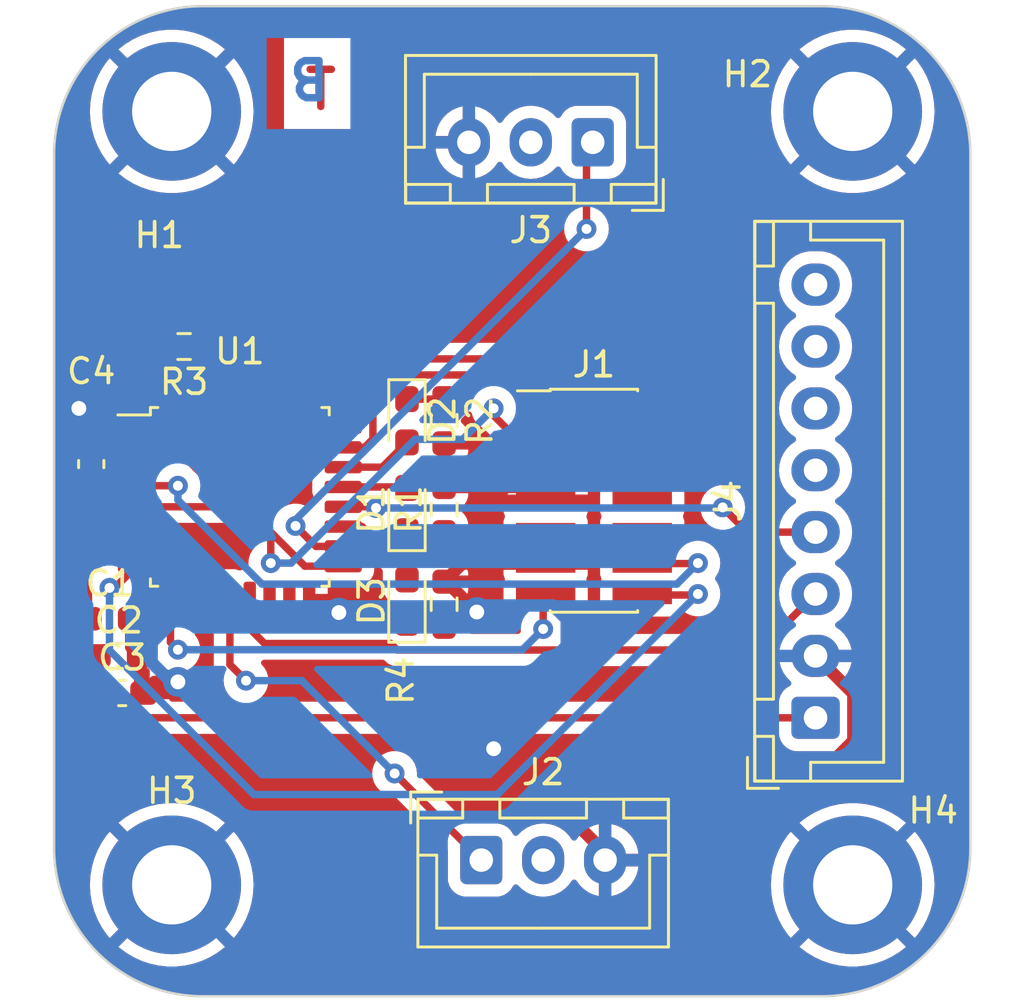
<source format=kicad_pcb>
(kicad_pcb (version 20221018) (generator pcbnew)
  (layers (0 "F.Cu" signal) (31 "B.Cu" signal) (34 "B.Paste" user) (35 "F.Paste" user) (36 "B.SilkS" user "B.Silkscreen") (37 "F.SilkS" user "F.Silkscreen") (38 "B.Mask" user) (39 "F.Mask" user) (44 "Edge.Cuts" user))
  (net 0 "")
  (net 1 "+3.3V")
  (net 2 "GND")
  (net 3 "BOUTON_RESET")
  (net 4 "Net-(D1-K)")
  (net 5 "LED_PWR")
  (net 6 "Net-(D2-K)")
  (net 7 "LED_USER1")
  (net 8 "Net-(D3-K)")
  (net 9 "LED_USER2")
  (net 12 "SWDIO")
  (net 13 "SWDCK")
  (net 17 "USART2_RX")
  (net 18 "USART2_TX")
  (net 19 "ESC1")
  (net 21 "ESC2")
  (net 23 "SCL")
  (net 24 "SDA")
  (net 29 "Net-(U1-PB7)")
  (net 42 "BOUTON_USR")
  (footprint "MountingHole:MountingHole_3.2mm_M3_DIN965_Pad" (layer "F.Cu") (at 157.5 104.25)
    (fp_text reference "H2" (at -4.25 -1.5) (layer "F.SilkS"))
    (fp_text value "MountingHole_Pad")
    (pad "1" thru_hole circle (at 0 0) (size 5.6 5.6) (drill 3.2) (layers "*.Cu" "*.Mask") (net 2 "GND"))
  )
  (footprint "Connector_JST:JST_XH_B8B-XH-A_1x08_P2.50mm_Vertical" (layer "F.Cu") (at 156 128.75 90)
    (fp_text reference "J4" (at 8.75 -3.55 90) (layer "F.SilkS"))
    (fp_text value "Conn_01x08")
    (fp_line (start -2.85 -2.75) (end -2.85 -1.5) (stroke (width 0.12)) (layer "F.SilkS"))
    (fp_line (start -2.56 -2.46) (end -2.56 3.51) (stroke (width 0.12)) (layer "F.SilkS"))
    (fp_line (start -2.56 3.51) (end 20.06 3.51) (stroke (width 0.12)) (layer "F.SilkS"))
    (fp_line (start -2.55 -2.45) (end -2.55 -1.7) (stroke (width 0.12)) (layer "F.SilkS"))
    (fp_line (start -2.55 -1.7) (end -0.75 -1.7) (stroke (width 0.12)) (layer "F.SilkS"))
    (fp_line (start -2.55 -0.2) (end -1.8 -0.2) (stroke (width 0.12)) (layer "F.SilkS"))
    (fp_line (start -1.8 -0.2) (end -1.8 2.75) (stroke (width 0.12)) (layer "F.SilkS"))
    (fp_line (start -1.8 2.75) (end 8.75 2.75) (stroke (width 0.12)) (layer "F.SilkS"))
    (fp_line (start -1.6 -2.75) (end -2.85 -2.75) (stroke (width 0.12)) (layer "F.SilkS"))
    (fp_line (start -0.75 -2.45) (end -2.55 -2.45) (stroke (width 0.12)) (layer "F.SilkS"))
    (fp_line (start -0.75 -1.7) (end -0.75 -2.45) (stroke (width 0.12)) (layer "F.SilkS"))
    (fp_line (start 0.75 -2.45) (end 0.75 -1.7) (stroke (width 0.12)) (layer "F.SilkS"))
    (fp_line (start 0.75 -1.7) (end 16.75 -1.7) (stroke (width 0.12)) (layer "F.SilkS"))
    (fp_line (start 16.75 -2.45) (end 0.75 -2.45) (stroke (width 0.12)) (layer "F.SilkS"))
    (fp_line (start 16.75 -1.7) (end 16.75 -2.45) (stroke (width 0.12)) (layer "F.SilkS"))
    (fp_line (start 18.25 -2.45) (end 18.25 -1.7) (stroke (width 0.12)) (layer "F.SilkS"))
    (fp_line (start 18.25 -1.7) (end 20.05 -1.7) (stroke (width 0.12)) (layer "F.SilkS"))
    (fp_line (start 19.3 -0.2) (end 19.3 2.75) (stroke (width 0.12)) (layer "F.SilkS"))
    (fp_line (start 19.3 2.75) (end 8.75 2.75) (stroke (width 0.12)) (layer "F.SilkS"))
    (fp_line (start 20.05 -2.45) (end 18.25 -2.45) (stroke (width 0.12)) (layer "F.SilkS"))
    (fp_line (start 20.05 -1.7) (end 20.05 -2.45) (stroke (width 0.12)) (layer "F.SilkS"))
    (fp_line (start 20.05 -0.2) (end 19.3 -0.2) (stroke (width 0.12)) (layer "F.SilkS"))
    (fp_line (start 20.06 -2.46) (end -2.56 -2.46) (stroke (width 0.12)) (layer "F.SilkS"))
    (fp_line (start 20.06 3.51) (end 20.06 -2.46) (stroke (width 0.12)) (layer "F.SilkS"))
    (pad "1" thru_hole roundrect (at 0 0 90) (size 1.7 1.95) (drill 0.95) (layers "*.Cu" "*.Mask") (roundrect_rratio 0.147059) (net 1 "+3.3V"))
    (pad "2" thru_hole oval (at 2.5 0 90) (size 1.7 1.95) (drill 0.95) (layers "*.Cu" "*.Mask") (net 2 "GND"))
    (pad "3" thru_hole oval (at 5 0 90) (size 1.7 1.95) (drill 0.95) (layers "*.Cu" "*.Mask") (net 23 "SCL"))
    (pad "4" thru_hole oval (at 7.5 0 90) (size 1.7 1.95) (drill 0.95) (layers "*.Cu" "*.Mask") (net 24 "SDA"))
    (pad "5" thru_hole oval (at 10 0 90) (size 1.7 1.95) (drill 0.95) (layers "*.Cu" "*.Mask"))
    (pad "6" thru_hole oval (at 12.5 0 90) (size 1.7 1.95) (drill 0.95) (layers "*.Cu" "*.Mask"))
    (pad "7" thru_hole oval (at 15 0 90) (size 1.7 1.95) (drill 0.95) (layers "*.Cu" "*.Mask"))
    (pad "8" thru_hole oval (at 17.5 0 90) (size 1.7 1.95) (drill 0.95) (layers "*.Cu" "*.Mask"))
  )
  (footprint "Resistor_SMD:R_0603_1608Metric_Pad0.98x0.95mm_HandSolder" (layer "F.Cu") (at 141 124.1625 90)
    (fp_text reference "R4" (at -3.0875 -1.75 90) (layer "F.SilkS"))
    (fp_text value "1k")
    (fp_line (start -0.254724 -0.5225) (end 0.254724 -0.5225) (stroke (width 0.12)) (layer "F.SilkS"))
    (fp_line (start -0.254724 0.5225) (end 0.254724 0.5225) (stroke (width 0.12)) (layer "F.SilkS"))
    (pad "1" smd roundrect (at -0.9125 0 90) (size 0.975 0.95) (layers "F.Cu" "F.Paste" "F.Mask") (net 8 "Net-(D3-K)"))
    (pad "2" smd roundrect (at 0.9125 0 90) (size 0.975 0.95) (layers "F.Cu" "F.Paste" "F.Mask") (net 2 "GND"))
  )
  (footprint "LED_SMD:LED_0603_1608Metric_Pad1.05x0.95mm_HandSolder" (layer "F.Cu") (at 139.5 116.75 -90)
    (fp_text reference "D2" (at 0 -1.43 90) (layer "F.SilkS"))
    (fp_text value "LED_Small")
    (fp_line (start -1.66 -0.735) (end -1.66 0.735) (stroke (width 0.12)) (layer "F.SilkS"))
    (fp_line (start -1.66 0.735) (end 0.8 0.735) (stroke (width 0.12)) (layer "F.SilkS"))
    (fp_line (start 0.8 -0.735) (end -1.66 -0.735) (stroke (width 0.12)) (layer "F.SilkS"))
    (pad "1" smd roundrect (at -0.875 0 270) (size 1.05 0.95) (layers "F.Cu" "F.Paste" "F.Mask") (net 6 "Net-(D2-K)"))
    (pad "2" smd roundrect (at 0.875 0 270) (size 1.05 0.95) (layers "F.Cu" "F.Paste" "F.Mask") (net 7 "LED_USER1"))
  )
  (footprint "MountingHole:MountingHole_3.2mm_M3_DIN965_Pad" (layer "F.Cu") (at 157.5 135.5)
    (fp_text reference "H4" (at 3.25 -3) (layer "F.SilkS"))
    (fp_text value "MountingHole_Pad")
    (pad "1" thru_hole circle (at 0 0) (size 5.6 5.6) (drill 3.2) (layers "*.Cu" "*.Mask") (net 2 "GND"))
  )
  (footprint "Connector_PinHeader_1.27mm:PinHeader_2x07_P1.27mm_Vertical_SMD" (layer "F.Cu") (at 147.05 119.98)
    (fp_text reference "J1" (at 0 -5.505) (layer "F.SilkS"))
    (fp_text value "Conn_02x07_Odd_Even")
    (fp_line (start -3.09 -4.44) (end -1.765 -4.44) (stroke (width 0.12)) (layer "F.SilkS"))
    (fp_line (start -1.765 -4.505) (end -1.765 -4.44) (stroke (width 0.12)) (layer "F.SilkS"))
    (fp_line (start -1.765 -4.505) (end 1.765 -4.505) (stroke (width 0.12)) (layer "F.SilkS"))
    (fp_line (start -1.765 4.44) (end -1.765 4.505) (stroke (width 0.12)) (layer "F.SilkS"))
    (fp_line (start -1.765 4.505) (end 1.765 4.505) (stroke (width 0.12)) (layer "F.SilkS"))
    (fp_line (start 1.765 -4.505) (end 1.765 -4.44) (stroke (width 0.12)) (layer "F.SilkS"))
    (fp_line (start 1.765 4.44) (end 1.765 4.505) (stroke (width 0.12)) (layer "F.SilkS"))
    (pad "1" smd rect (at -1.95 -3.81) (size 2.4 0.74) (layers "F.Cu" "F.Paste" "F.Mask"))
    (pad "2" smd rect (at 1.95 -3.81) (size 2.4 0.74) (layers "F.Cu" "F.Paste" "F.Mask"))
    (pad "3" smd rect (at -1.95 -2.54) (size 2.4 0.74) (layers "F.Cu" "F.Paste" "F.Mask") (net 1 "+3.3V"))
    (pad "4" smd rect (at 1.95 -2.54) (size 2.4 0.74) (layers "F.Cu" "F.Paste" "F.Mask") (net 12 "SWDIO"))
    (pad "5" smd rect (at -1.95 -1.27) (size 2.4 0.74) (layers "F.Cu" "F.Paste" "F.Mask") (net 2 "GND"))
    (pad "6" smd rect (at 1.95 -1.27) (size 2.4 0.74) (layers "F.Cu" "F.Paste" "F.Mask") (net 13 "SWDCK"))
    (pad "7" smd rect (at -1.95 0) (size 2.4 0.74) (layers "F.Cu" "F.Paste" "F.Mask") (net 2 "GND"))
    (pad "8" smd rect (at 1.95 0) (size 2.4 0.74) (layers "F.Cu" "F.Paste" "F.Mask"))
    (pad "9" smd rect (at -1.95 1.27) (size 2.4 0.74) (layers "F.Cu" "F.Paste" "F.Mask"))
    (pad "10" smd rect (at 1.95 1.27) (size 2.4 0.74) (layers "F.Cu" "F.Paste" "F.Mask"))
    (pad "11" smd rect (at -1.95 2.54) (size 2.4 0.74) (layers "F.Cu" "F.Paste" "F.Mask") (net 2 "GND"))
    (pad "12" smd rect (at 1.95 2.54) (size 2.4 0.74) (layers "F.Cu" "F.Paste" "F.Mask") (net 3 "BOUTON_RESET"))
    (pad "13" smd rect (at -1.95 3.81) (size 2.4 0.74) (layers "F.Cu" "F.Paste" "F.Mask") (net 17 "USART2_RX"))
    (pad "14" smd rect (at 1.95 3.81) (size 2.4 0.74) (layers "F.Cu" "F.Paste" "F.Mask") (net 18 "USART2_TX"))
  )
  (footprint "Resistor_SMD:R_0603_1608Metric_Pad0.98x0.95mm_HandSolder" (layer "F.Cu") (at 141 120.3375 90)
    (fp_text reference "R1" (at 0 -1.43 90) (layer "F.SilkS"))
    (fp_text value "1k")
    (fp_line (start -0.254724 -0.5225) (end 0.254724 -0.5225) (stroke (width 0.12)) (layer "F.SilkS"))
    (fp_line (start -0.254724 0.5225) (end 0.254724 0.5225) (stroke (width 0.12)) (layer "F.SilkS"))
    (pad "1" smd roundrect (at -0.9125 0 90) (size 0.975 0.95) (layers "F.Cu" "F.Paste" "F.Mask") (net 4 "Net-(D1-K)"))
    (pad "2" smd roundrect (at 0.9125 0 90) (size 0.975 0.95) (layers "F.Cu" "F.Paste" "F.Mask") (net 2 "GND"))
  )
  (footprint "Resistor_SMD:R_0603_1608Metric_Pad0.98x0.95mm_HandSolder" (layer "F.Cu") (at 130.5 113.75 180)
    (fp_text reference "R3" (at 0 -1.43) (layer "F.SilkS"))
    (fp_text value "100K")
    (fp_line (start -0.254724 -0.5225) (end 0.254724 -0.5225) (stroke (width 0.12)) (layer "F.SilkS"))
    (fp_line (start -0.254724 0.5225) (end 0.254724 0.5225) (stroke (width 0.12)) (layer "F.SilkS"))
    (pad "1" smd roundrect (at -0.9125 0 180) (size 0.975 0.95) (layers "F.Cu" "F.Paste" "F.Mask") (net 29 "Net-(U1-PB7)"))
    (pad "2" smd roundrect (at 0.9125 0 180) (size 0.975 0.95) (layers "F.Cu" "F.Paste" "F.Mask") (net 2 "GND"))
  )
  (footprint "Capacitor_SMD:C_0603_1608Metric_Pad1.08x0.95mm_HandSolder" (layer "F.Cu") (at 127.8625 126.25)
    (fp_text reference "C2" (at 0 -1.43) (layer "F.SilkS"))
    (fp_text value "100n")
    (fp_line (start -0.146267 -0.51) (end 0.146267 -0.51) (stroke (width 0.12)) (layer "F.SilkS"))
    (fp_line (start -0.146267 0.51) (end 0.146267 0.51) (stroke (width 0.12)) (layer "F.SilkS"))
    (pad "1" smd roundrect (at -0.8625 0) (size 1.075 0.95) (layers "F.Cu" "F.Paste" "F.Mask") (net 1 "+3.3V"))
    (pad "2" smd roundrect (at 0.8625 0) (size 1.075 0.95) (layers "F.Cu" "F.Paste" "F.Mask") (net 2 "GND"))
  )
  (footprint "Capacitor_SMD:C_0603_1608Metric_Pad1.08x0.95mm_HandSolder" (layer "F.Cu") (at 126.75 118.5 90)
    (fp_text reference "C4" (at 3.75 0 180) (layer "F.SilkS"))
    (fp_text value "100n")
    (fp_line (start -0.146267 -0.51) (end 0.146267 -0.51) (stroke (width 0.12)) (layer "F.SilkS"))
    (fp_line (start -0.146267 0.51) (end 0.146267 0.51) (stroke (width 0.12)) (layer "F.SilkS"))
    (pad "1" smd roundrect (at -0.8625 0 90) (size 1.075 0.95) (layers "F.Cu" "F.Paste" "F.Mask") (net 3 "BOUTON_RESET"))
    (pad "2" smd roundrect (at 0.8625 0 90) (size 1.075 0.95) (layers "F.Cu" "F.Paste" "F.Mask") (net 2 "GND"))
  )
  (footprint "Connector_JST:JST_XH_B3B-XH-A_1x03_P2.50mm_Vertical" (layer "F.Cu") (at 147 105.5 180)
    (fp_text reference "J3" (at 2.5 -3.55) (layer "F.SilkS"))
    (fp_text value "Conn_01x03")
    (fp_line (start -2.85 -2.75) (end -2.85 -1.5) (stroke (width 0.12)) (layer "F.SilkS"))
    (fp_line (start -2.56 -2.46) (end -2.56 3.51) (stroke (width 0.12)) (layer "F.SilkS"))
    (fp_line (start -2.56 3.51) (end 7.56 3.51) (stroke (width 0.12)) (layer "F.SilkS"))
    (fp_line (start -2.55 -2.45) (end -2.55 -1.7) (stroke (width 0.12)) (layer "F.SilkS"))
    (fp_line (start -2.55 -1.7) (end -0.75 -1.7) (stroke (width 0.12)) (layer "F.SilkS"))
    (fp_line (start -2.55 -0.2) (end -1.8 -0.2) (stroke (width 0.12)) (layer "F.SilkS"))
    (fp_line (start -1.8 -0.2) (end -1.8 2.75) (stroke (width 0.12)) (layer "F.SilkS"))
    (fp_line (start -1.8 2.75) (end 2.5 2.75) (stroke (width 0.12)) (layer "F.SilkS"))
    (fp_line (start -1.6 -2.75) (end -2.85 -2.75) (stroke (width 0.12)) (layer "F.SilkS"))
    (fp_line (start -0.75 -2.45) (end -2.55 -2.45) (stroke (width 0.12)) (layer "F.SilkS"))
    (fp_line (start -0.75 -1.7) (end -0.75 -2.45) (stroke (width 0.12)) (layer "F.SilkS"))
    (fp_line (start 0.75 -2.45) (end 0.75 -1.7) (stroke (width 0.12)) (layer "F.SilkS"))
    (fp_line (start 0.75 -1.7) (end 4.25 -1.7) (stroke (width 0.12)) (layer "F.SilkS"))
    (fp_line (start 4.25 -2.45) (end 0.75 -2.45) (stroke (width 0.12)) (layer "F.SilkS"))
    (fp_line (start 4.25 -1.7) (end 4.25 -2.45) (stroke (width 0.12)) (layer "F.SilkS"))
    (fp_line (start 5.75 -2.45) (end 5.75 -1.7) (stroke (width 0.12)) (layer "F.SilkS"))
    (fp_line (start 5.75 -1.7) (end 7.55 -1.7) (stroke (width 0.12)) (layer "F.SilkS"))
    (fp_line (start 6.8 -0.2) (end 6.8 2.75) (stroke (width 0.12)) (layer "F.SilkS"))
    (fp_line (start 6.8 2.75) (end 2.5 2.75) (stroke (width 0.12)) (layer "F.SilkS"))
    (fp_line (start 7.55 -2.45) (end 5.75 -2.45) (stroke (width 0.12)) (layer "F.SilkS"))
    (fp_line (start 7.55 -1.7) (end 7.55 -2.45) (stroke (width 0.12)) (layer "F.SilkS"))
    (fp_line (start 7.55 -0.2) (end 6.8 -0.2) (stroke (width 0.12)) (layer "F.SilkS"))
    (fp_line (start 7.56 -2.46) (end -2.56 -2.46) (stroke (width 0.12)) (layer "F.SilkS"))
    (fp_line (start 7.56 3.51) (end 7.56 -2.46) (stroke (width 0.12)) (layer "F.SilkS"))
    (pad "1" thru_hole roundrect (at 0 0 180) (size 1.7 1.95) (drill 0.95) (layers "*.Cu" "*.Mask") (roundrect_rratio 0.147059) (net 21 "ESC2"))
    (pad "2" thru_hole oval (at 2.5 0 180) (size 1.7 1.95) (drill 0.95) (layers "*.Cu" "*.Mask"))
    (pad "3" thru_hole oval (at 5 0 180) (size 1.7 1.95) (drill 0.95) (layers "*.Cu" "*.Mask") (net 2 "GND"))
  )
  (footprint "Connector_JST:JST_XH_B3B-XH-A_1x03_P2.50mm_Vertical" (layer "F.Cu") (at 142.5 134.5)
    (fp_text reference "J2" (at 2.5 -3.55) (layer "F.SilkS"))
    (fp_text value "Conn_01x03")
    (fp_line (start -2.85 -2.75) (end -2.85 -1.5) (stroke (width 0.12)) (layer "F.SilkS"))
    (fp_line (start -2.56 -2.46) (end -2.56 3.51) (stroke (width 0.12)) (layer "F.SilkS"))
    (fp_line (start -2.56 3.51) (end 7.56 3.51) (stroke (width 0.12)) (layer "F.SilkS"))
    (fp_line (start -2.55 -2.45) (end -2.55 -1.7) (stroke (width 0.12)) (layer "F.SilkS"))
    (fp_line (start -2.55 -1.7) (end -0.75 -1.7) (stroke (width 0.12)) (layer "F.SilkS"))
    (fp_line (start -2.55 -0.2) (end -1.8 -0.2) (stroke (width 0.12)) (layer "F.SilkS"))
    (fp_line (start -1.8 -0.2) (end -1.8 2.75) (stroke (width 0.12)) (layer "F.SilkS"))
    (fp_line (start -1.8 2.75) (end 2.5 2.75) (stroke (width 0.12)) (layer "F.SilkS"))
    (fp_line (start -1.6 -2.75) (end -2.85 -2.75) (stroke (width 0.12)) (layer "F.SilkS"))
    (fp_line (start -0.75 -2.45) (end -2.55 -2.45) (stroke (width 0.12)) (layer "F.SilkS"))
    (fp_line (start -0.75 -1.7) (end -0.75 -2.45) (stroke (width 0.12)) (layer "F.SilkS"))
    (fp_line (start 0.75 -2.45) (end 0.75 -1.7) (stroke (width 0.12)) (layer "F.SilkS"))
    (fp_line (start 0.75 -1.7) (end 4.25 -1.7) (stroke (width 0.12)) (layer "F.SilkS"))
    (fp_line (start 4.25 -2.45) (end 0.75 -2.45) (stroke (width 0.12)) (layer "F.SilkS"))
    (fp_line (start 4.25 -1.7) (end 4.25 -2.45) (stroke (width 0.12)) (layer "F.SilkS"))
    (fp_line (start 5.75 -2.45) (end 5.75 -1.7) (stroke (width 0.12)) (layer "F.SilkS"))
    (fp_line (start 5.75 -1.7) (end 7.55 -1.7) (stroke (width 0.12)) (layer "F.SilkS"))
    (fp_line (start 6.8 -0.2) (end 6.8 2.75) (stroke (width 0.12)) (layer "F.SilkS"))
    (fp_line (start 6.8 2.75) (end 2.5 2.75) (stroke (width 0.12)) (layer "F.SilkS"))
    (fp_line (start 7.55 -2.45) (end 5.75 -2.45) (stroke (width 0.12)) (layer "F.SilkS"))
    (fp_line (start 7.55 -1.7) (end 7.55 -2.45) (stroke (width 0.12)) (layer "F.SilkS"))
    (fp_line (start 7.55 -0.2) (end 6.8 -0.2) (stroke (width 0.12)) (layer "F.SilkS"))
    (fp_line (start 7.56 -2.46) (end -2.56 -2.46) (stroke (width 0.12)) (layer "F.SilkS"))
    (fp_line (start 7.56 3.51) (end 7.56 -2.46) (stroke (width 0.12)) (layer "F.SilkS"))
    (pad "1" thru_hole roundrect (at 0 0) (size 1.7 1.95) (drill 0.95) (layers "*.Cu" "*.Mask") (roundrect_rratio 0.147059) (net 19 "ESC1"))
    (pad "2" thru_hole oval (at 2.5 0) (size 1.7 1.95) (drill 0.95) (layers "*.Cu" "*.Mask"))
    (pad "3" thru_hole oval (at 5 0) (size 1.7 1.95) (drill 0.95) (layers "*.Cu" "*.Mask") (net 2 "GND"))
  )
  (footprint "Resistor_SMD:R_0603_1608Metric_Pad0.98x0.95mm_HandSolder" (layer "F.Cu") (at 141 116.75 -90)
    (fp_text reference "R2" (at 0 -1.43 90) (layer "F.SilkS"))
    (fp_text value "1k")
    (fp_line (start -0.254724 -0.5225) (end 0.254724 -0.5225) (stroke (width 0.12)) (layer "F.SilkS"))
    (fp_line (start -0.254724 0.5225) (end 0.254724 0.5225) (stroke (width 0.12)) (layer "F.SilkS"))
    (pad "1" smd roundrect (at -0.9125 0 270) (size 0.975 0.95) (layers "F.Cu" "F.Paste" "F.Mask") (net 6 "Net-(D2-K)"))
    (pad "2" smd roundrect (at 0.9125 0 270) (size 0.975 0.95) (layers "F.Cu" "F.Paste" "F.Mask") (net 2 "GND"))
  )
  (footprint "MountingHole:MountingHole_3.2mm_M3_DIN965_Pad" (layer "F.Cu") (at 130 135.5)
    (fp_text reference "H3" (at 0 -3.8) (layer "F.SilkS"))
    (fp_text value "MountingHole_Pad")
    (pad "1" thru_hole circle (at 0 0) (size 5.6 5.6) (drill 3.2) (layers "*.Cu" "*.Mask") (net 2 "GND"))
  )
  (footprint "MountingHole:MountingHole_3.2mm_M3_DIN965_Pad" (layer "F.Cu") (at 130 104.25)
    (fp_text reference "H1" (at -0.5 5) (layer "F.SilkS"))
    (fp_text value "MountingHole_Pad")
    (pad "1" thru_hole circle (at 0 0) (size 5.6 5.6) (drill 3.2) (layers "*.Cu" "*.Mask") (net 2 "GND"))
  )
  (footprint "Capacitor_SMD:C_0603_1608Metric_Pad1.08x0.95mm_HandSolder" (layer "F.Cu") (at 127.5 124.75)
    (fp_text reference "C1" (at 0 -1.43) (layer "F.SilkS"))
    (fp_text value "4u7")
    (fp_line (start -0.146267 -0.51) (end 0.146267 -0.51) (stroke (width 0.12)) (layer "F.SilkS"))
    (fp_line (start -0.146267 0.51) (end 0.146267 0.51) (stroke (width 0.12)) (layer "F.SilkS"))
    (pad "1" smd roundrect (at -0.8625 0) (size 1.075 0.95) (layers "F.Cu" "F.Paste" "F.Mask") (net 1 "+3.3V"))
    (pad "2" smd roundrect (at 0.8625 0) (size 1.075 0.95) (layers "F.Cu" "F.Paste" "F.Mask") (net 2 "GND"))
  )
  (footprint "Package_QFP:LQFP-32_7x7mm_P0.8mm" (layer "F.Cu") (at 132.75 119.825)
    (fp_text reference "U1" (at 0 -5.88) (layer "F.SilkS"))
    (fp_text value "STM32L412KBTx")
    (fp_line (start -3.61 -3.61) (end -3.61 -3.31) (stroke (width 0.12)) (layer "F.SilkS"))
    (fp_line (start -3.61 -3.31) (end -4.925 -3.31) (stroke (width 0.12)) (layer "F.SilkS"))
    (fp_line (start -3.61 3.61) (end -3.61 3.31) (stroke (width 0.12)) (layer "F.SilkS"))
    (fp_line (start -3.31 -3.61) (end -3.61 -3.61) (stroke (width 0.12)) (layer "F.SilkS"))
    (fp_line (start -3.31 3.61) (end -3.61 3.61) (stroke (width 0.12)) (layer "F.SilkS"))
    (fp_line (start 3.31 -3.61) (end 3.61 -3.61) (stroke (width 0.12)) (layer "F.SilkS"))
    (fp_line (start 3.31 3.61) (end 3.61 3.61) (stroke (width 0.12)) (layer "F.SilkS"))
    (fp_line (start 3.61 -3.61) (end 3.61 -3.31) (stroke (width 0.12)) (layer "F.SilkS"))
    (fp_line (start 3.61 3.61) (end 3.61 3.31) (stroke (width 0.12)) (layer "F.SilkS"))
    (pad "1" smd roundrect (at -4.175 -2.8) (size 1.5 0.5) (layers "F.Cu" "F.Paste" "F.Mask") (net 1 "+3.3V"))
    (pad "2" smd roundrect (at -4.175 -2) (size 1.5 0.5) (layers "F.Cu" "F.Paste" "F.Mask"))
    (pad "3" smd roundrect (at -4.175 -1.2) (size 1.5 0.5) (layers "F.Cu" "F.Paste" "F.Mask"))
    (pad "4" smd roundrect (at -4.175 -0.4) (size 1.5 0.5) (layers "F.Cu" "F.Paste" "F.Mask") (net 3 "BOUTON_RESET"))
    (pad "5" smd roundrect (at -4.175 0.4) (size 1.5 0.5) (layers "F.Cu" "F.Paste" "F.Mask") (net 1 "+3.3V"))
    (pad "6" smd roundrect (at -4.175 1.2) (size 1.5 0.5) (layers "F.Cu" "F.Paste" "F.Mask"))
    (pad "7" smd roundrect (at -4.175 2) (size 1.5 0.5) (layers "F.Cu" "F.Paste" "F.Mask"))
    (pad "8" smd roundrect (at -4.175 2.8) (size 1.5 0.5) (layers "F.Cu" "F.Paste" "F.Mask") (net 18 "USART2_TX"))
    (pad "9" smd roundrect (at -2.8 4.175) (size 0.5 1.5) (layers "F.Cu" "F.Paste" "F.Mask") (net 17 "USART2_RX"))
    (pad "10" smd roundrect (at -2 4.175) (size 0.5 1.5) (layers "F.Cu" "F.Paste" "F.Mask"))
    (pad "11" smd roundrect (at -1.2 4.175) (size 0.5 1.5) (layers "F.Cu" "F.Paste" "F.Mask"))
    (pad "12" smd roundrect (at -0.4 4.175) (size 0.5 1.5) (layers "F.Cu" "F.Paste" "F.Mask") (net 19 "ESC1"))
    (pad "13" smd roundrect (at 0.4 4.175) (size 0.5 1.5) (layers "F.Cu" "F.Paste" "F.Mask") (net 23 "SCL"))
    (pad "14" smd roundrect (at 1.2 4.175) (size 0.5 1.5) (layers "F.Cu" "F.Paste" "F.Mask"))
    (pad "15" smd roundrect (at 2 4.175) (size 0.5 1.5) (layers "F.Cu" "F.Paste" "F.Mask"))
    (pad "16" smd roundrect (at 2.8 4.175) (size 0.5 1.5) (layers "F.Cu" "F.Paste" "F.Mask") (net 2 "GND"))
    (pad "17" smd roundrect (at 4.175 2.8) (size 1.5 0.5) (layers "F.Cu" "F.Paste" "F.Mask") (net 1 "+3.3V"))
    (pad "18" smd roundrect (at 4.175 2) (size 1.5 0.5) (layers "F.Cu" "F.Paste" "F.Mask") (net 21 "ESC2"))
    (pad "19" smd roundrect (at 4.175 1.2) (size 1.5 0.5) (layers "F.Cu" "F.Paste" "F.Mask") (net 9 "LED_USER2"))
    (pad "20" smd roundrect (at 4.175 0.4) (size 1.5 0.5) (layers "F.Cu" "F.Paste" "F.Mask") (net 24 "SDA"))
    (pad "21" smd roundrect (at 4.175 -0.4) (size 1.5 0.5) (layers "F.Cu" "F.Paste" "F.Mask") (net 5 "LED_PWR"))
    (pad "22" smd roundrect (at 4.175 -1.2) (size 1.5 0.5) (layers "F.Cu" "F.Paste" "F.Mask") (net 7 "LED_USER1"))
    (pad "23" smd roundrect (at 4.175 -2) (size 1.5 0.5) (layers "F.Cu" "F.Paste" "F.Mask") (net 12 "SWDIO"))
    (pad "24" smd roundrect (at 4.175 -2.8) (size 1.5 0.5) (layers "F.Cu" "F.Paste" "F.Mask") (net 13 "SWDCK"))
    (pad "25" smd roundrect (at 2.8 -4.175) (size 0.5 1.5) (layers "F.Cu" "F.Paste" "F.Mask"))
    (pad "26" smd roundrect (at 2 -4.175) (size 0.5 1.5) (layers "F.Cu" "F.Paste" "F.Mask"))
    (pad "27" smd roundrect (at 1.2 -4.175) (size 0.5 1.5) (layers "F.Cu" "F.Paste" "F.Mask"))
    (pad "28" smd roundrect (at 0.4 -4.175) (size 0.5 1.5) (layers "F.Cu" "F.Paste" "F.Mask"))
    (pad "29" smd roundrect (at -0.4 -4.175) (size 0.5 1.5) (layers "F.Cu" "F.Paste" "F.Mask") (net 42 "BOUTON_USR"))
    (pad "30" smd roundrect (at -1.2 -4.175) (size 0.5 1.5) (layers "F.Cu" "F.Paste" "F.Mask") (net 29 "Net-(U1-PB7)"))
    (pad "31" smd roundrect (at -2 -4.175) (size 0.5 1.5) (layers "F.Cu" "F.Paste" "F.Mask"))
    (pad "32" smd roundrect (at -2.8 -4.175) (size 0.5 1.5) (layers "F.Cu" "F.Paste" "F.Mask") (net 2 "GND"))
  )
  (footprint "Capacitor_SMD:C_0603_1608Metric_Pad1.08x0.95mm_HandSolder" (layer "F.Cu") (at 128 127.75)
    (fp_text reference "C3" (at 0 -1.43) (layer "F.SilkS"))
    (fp_text value "100n")
    (fp_line (start -0.146267 -0.51) (end 0.146267 -0.51) (stroke (width 0.12)) (layer "F.SilkS"))
    (fp_line (start -0.146267 0.51) (end 0.146267 0.51) (stroke (width 0.12)) (layer "F.SilkS"))
    (pad "1" smd roundrect (at -0.8625 0) (size 1.075 0.95) (layers "F.Cu" "F.Paste" "F.Mask") (net 1 "+3.3V"))
    (pad "2" smd roundrect (at 0.8625 0) (size 1.075 0.95) (layers "F.Cu" "F.Paste" "F.Mask") (net 2 "GND"))
  )
  (footprint "LED_SMD:LED_0603_1608Metric_Pad1.05x0.95mm_HandSolder" (layer "F.Cu") (at 139.5 124.0375 90)
    (fp_text reference "D3" (at 0 -1.43 90) (layer "F.SilkS"))
    (fp_text value "LED_Small")
    (fp_line (start -1.66 -0.735) (end -1.66 0.735) (stroke (width 0.12)) (layer "F.SilkS"))
    (fp_line (start -1.66 0.735) (end 0.8 0.735) (stroke (width 0.12)) (layer "F.SilkS"))
    (fp_line (start 0.8 -0.735) (end -1.66 -0.735) (stroke (width 0.12)) (layer "F.SilkS"))
    (pad "1" smd roundrect (at -0.875 0 90) (size 1.05 0.95) (layers "F.Cu" "F.Paste" "F.Mask") (net 8 "Net-(D3-K)"))
    (pad "2" smd roundrect (at 0.875 0 90) (size 1.05 0.95) (layers "F.Cu" "F.Paste" "F.Mask") (net 9 "LED_USER2"))
  )
  (footprint "LED_SMD:LED_0603_1608Metric_Pad1.05x0.95mm_HandSolder" (layer "F.Cu") (at 139.5 120.3375 90)
    (fp_text reference "D1" (at 0 -1.43 90) (layer "F.SilkS"))
    (fp_text value "LED_Small")
    (fp_line (start -1.66 -0.735) (end -1.66 0.735) (stroke (width 0.12)) (layer "F.SilkS"))
    (fp_line (start -1.66 0.735) (end 0.8 0.735) (stroke (width 0.12)) (layer "F.SilkS"))
    (fp_line (start 0.8 -0.735) (end -1.66 -0.735) (stroke (width 0.12)) (layer "F.SilkS"))
    (pad "1" smd roundrect (at -0.875 0 90) (size 1.05 0.95) (layers "F.Cu" "F.Paste" "F.Mask") (net 4 "Net-(D1-K)"))
    (pad "2" smd roundrect (at 0.875 0 90) (size 1.05 0.95) (layers "F.Cu" "F.Paste" "F.Mask") (net 5 "LED_PWR"))
  )
  (gr_line (start 131.25 140) (end 156.25 140) (stroke (width 0.1)) (layer "Edge.Cuts"))
  (gr_arc (start 131.25 140) (mid 127.007359 138.242641) (end 125.25 134) (stroke (width 0.1)) (layer "Edge.Cuts"))
  (gr_line (start 162.25 134) (end 162.25 106) (stroke (width 0.1)) (layer "Edge.Cuts"))
  (gr_line (start 125.25 106) (end 125.25 134) (stroke (width 0.1)) (layer "Edge.Cuts"))
  (gr_line (start 156.25 100) (end 131.25 100) (stroke (width 0.1)) (layer "Edge.Cuts"))
  (gr_arc (start 125.25 106) (mid 127.007359 101.757359) (end 131.25 100) (stroke (width 0.1)) (layer "Edge.Cuts"))
  (gr_arc (start 162.25 134) (mid 160.492641 138.242641) (end 156.25 140) (stroke (width 0.1)) (layer "Edge.Cuts"))
  (gr_arc (start 156.25 100) (mid 160.492641 101.757359) (end 162.25 106) (stroke (width 0.1)) (layer "Edge.Cuts"))
  (gr_text "T" (at 135.25 104.25) (layer "F.Cu") (effects (font (size 1.5 1.5) (thickness 0.3) bold) (justify left bottom)))
  (gr_text "B" (at 136.5 102 180) (layer "B.Cu") (effects (font (size 1.5 1.5) (thickness 0.3) bold) (justify left bottom)))
  (segment (start 129.338173 117.025) (end 132.5 120.186827) (width 0.3) (layer "F.Cu") (net 1))
  (segment (start 132.5 120.186827) (end 132.5 120.225) (width 0.3) (layer "F.Cu") (net 1))
  (segment (start 127 126.25) (end 127 127.6125) (width 0.3) (layer "F.Cu") (net 1))
  (segment (start 134 122.5) (end 134 121.25) (width 0.3) (layer "F.Cu") (net 1))
  (segment (start 126.6375 125.8875) (end 127 126.25) (width 0.3) (layer "F.Cu") (net 1))
  (segment (start 127 127.6125) (end 127.1375 127.75) (width 0.3) (layer "F.Cu") (net 1))
  (segment (start 127.1375 127.75) (end 128.1375 128.75) (width 0.3) (layer "F.Cu") (net 1))
  (segment (start 134 121.25) (end 135.375 122.625) (width 0.3) (layer "F.Cu") (net 1))
  (segment (start 126.6375 121.399327) (end 127.811827 120.225) (width 0.3) (layer "F.Cu") (net 1))
  (segment (start 132.5 120.225) (end 132.975 120.225) (width 0.3) (layer "F.Cu") (net 1))
  (segment (start 132.975 120.225) (end 134 121.25) (width 0.3) (layer "F.Cu") (net 1))
  (segment (start 143 116.25) (end 143 116.54) (width 0.3) (layer "F.Cu") (net 1))
  (segment (start 126.6375 124.75) (end 126.6375 121.399327) (width 0.3) (layer "F.Cu") (net 1))
  (segment (start 126.6375 124.75) (end 126.6375 125.8875) (width 0.3) (layer "F.Cu") (net 1))
  (segment (start 135.375 122.625) (end 136.925 122.625) (width 0.3) (layer "F.Cu") (net 1))
  (segment (start 143 116.54) (end 143.9 117.44) (width 0.3) (layer "F.Cu") (net 1))
  (segment (start 128.575 120.225) (end 132.5 120.225) (width 0.3) (layer "F.Cu") (net 1))
  (segment (start 128.575 117.025) (end 129.338173 117.025) (width 0.3) (layer "F.Cu") (net 1))
  (segment (start 128.1375 128.75) (end 156 128.75) (width 0.3) (layer "F.Cu") (net 1))
  (segment (start 143.9 117.44) (end 145.1 117.44) (width 0.3) (layer "F.Cu") (net 1))
  (segment (start 127.811827 120.225) (end 128.575 120.225) (width 0.3) (layer "F.Cu") (net 1))
  (via (at 134 122.5) (size 0.8) (drill 0.4) (layers "F.Cu" "B.Cu") (net 1))
  (via (at 143 116.25) (size 0.8) (drill 0.4) (layers "F.Cu" "B.Cu") (net 1))
  (segment (start 139.822418 117.5) (end 134.822418 122.5) (width 0.3) (layer "B.Cu") (net 1))
  (segment (start 141.75 117.5) (end 139.822418 117.5) (width 0.3) (layer "B.Cu") (net 1))
  (segment (start 143 116.25) (end 141.75 117.5) (width 0.3) (layer "B.Cu") (net 1))
  (segment (start 134.822418 122.5) (end 134 122.5) (width 0.3) (layer "B.Cu") (net 1))
  (segment (start 157.525 127.775) (end 157.525 129.681371) (width 0.5) (layer "F.Cu") (net 2))
  (segment (start 126.75 117.145406) (end 128.245406 115.65) (width 0.5) (layer "F.Cu") (net 2))
  (segment (start 126.75 117.6375) (end 126.75 117.145406) (width 0.5) (layer "F.Cu") (net 2))
  (segment (start 135.55 124) (end 136.25 124) (width 0.5) (layer "F.Cu") (net 2))
  (segment (start 141.092596 123.25) (end 142.320096 124.4775) (width 0.5) (layer "F.Cu") (net 2))
  (segment (start 136.25 124) (end 136.75 124.5) (width 0.5) (layer "F.Cu") (net 2))
  (segment (start 141 119.425) (end 141 117.6625) (width 0.5) (layer "F.Cu") (net 2))
  (segment (start 142.75 122.02) (end 142.75 120.175) (width 0.5) (layer "F.Cu") (net 2))
  (segment (start 144.545 119.425) (end 145.1 119.98) (width 0.5) (layer "F.Cu") (net 2))
  (segment (start 129.312997 127.299503) (end 128.8625 127.75) (width 0.5) (layer "F.Cu") (net 2))
  (segment (start 152.706371 134.5) (end 147.5 134.5) (width 0.5) (layer "F.Cu") (net 2))
  (segment (start 143.3 130) (end 143 130) (width 0.5) (layer "F.Cu") (net 2))
  (segment (start 142.25 122.52) (end 142.75 122.02) (width 0.5) (layer "F.Cu") (net 2))
  (segment (start 128.725 126.25) (end 128.725 127.6125) (width 0.5) (layer "F.Cu") (net 2))
  (segment (start 157.525 129.681371) (end 152.706371 134.5) (width 0.5) (layer "F.Cu") (net 2))
  (segment (start 145.1 119.98) (end 145.1 118.71) (width 0.5) (layer "F.Cu") (net 2))
  (segment (start 137.8375 105.5) (end 129.5875 113.75) (width 0.5) (layer "F.Cu") (net 2))
  (segment (start 141.73 122.52) (end 142.25 122.52) (width 0.5) (layer "F.Cu") (net 2))
  (segment (start 128.725 127.6125) (end 128.8625 127.75) (width 0.5) (layer "F.Cu") (net 2))
  (segment (start 128.245406 115.65) (end 129.95 115.65) (width 0.5) (layer "F.Cu") (net 2))
  (segment (start 143.5 119.425) (end 144.545 119.425) (width 0.5) (layer "F.Cu") (net 2))
  (segment (start 142.25 122.52) (end 145.1 122.52) (width 0.5) (layer "F.Cu") (net 2))
  (segment (start 142 105.5) (end 137.8375 105.5) (width 0.5) (layer "F.Cu") (net 2))
  (segment (start 141 119.425) (end 143.5 119.425) (width 0.5) (layer "F.Cu") (net 2))
  (segment (start 156 126.25) (end 157.525 127.775) (width 0.5) (layer "F.Cu") (net 2))
  (segment (start 129.95 114.1125) (end 129.5875 113.75) (width 0.5) (layer "F.Cu") (net 2))
  (segment (start 129.95 115.65) (end 129.95 114.1125) (width 0.5) (layer "F.Cu") (net 2))
  (segment (start 142.75 120.175) (end 143.5 119.425) (width 0.5) (layer "F.Cu") (net 2))
  (segment (start 126.75 116.75) (end 126.25 116.25) (width 0.5) (layer "F.Cu") (net 2))
  (segment (start 147.5 134.2) (end 143.3 130) (width 0.5) (layer "F.Cu") (net 2))
  (segment (start 141 123.25) (end 141.092596 123.25) (width 0.5) (layer "F.Cu") (net 2))
  (segment (start 126.75 117.6375) (end 126.75 116.75) (width 0.5) (layer "F.Cu") (net 2))
  (segment (start 128.3625 124.75) (end 128.3625 125.8875) (width 0.5) (layer "F.Cu") (net 2))
  (segment (start 147.5 134.5) (end 147.5 134.2) (width 0.5) (layer "F.Cu") (net 2))
  (segment (start 141 123.25) (end 141.73 122.52) (width 0.5) (layer "F.Cu") (net 2))
  (segment (start 128.3625 125.8875) (end 128.725 126.25) (width 0.5) (layer "F.Cu") (net 2))
  (segment (start 130.25 127.299503) (end 129.312997 127.299503) (width 0.5) (layer "F.Cu") (net 2))
  (via (at 136.75 124.5) (size 1.2) (drill 0.6) (layers "F.Cu" "B.Cu") (net 2))
  (via (at 142.320096 124.4775) (size 1.2) (drill 0.6) (layers "F.Cu" "B.Cu") (net 2))
  (via (at 143 130) (size 1.2) (drill 0.6) (layers "F.Cu" "B.Cu") (net 2))
  (via (at 126.25 116.25) (size 1.2) (drill 0.6) (layers "F.Cu" "B.Cu") (net 2))
  (via (at 130.25 127.299503) (size 1.2) (drill 0.6) (layers "F.Cu" "B.Cu") (net 2))
  (segment (start 130.406497 124.5) (end 129.191251 125.715246) (width 0.5) (layer "B.Cu") (net 2))
  (segment (start 142.320096 124.4775) (end 136.7725 124.4775) (width 0.5) (layer "B.Cu") (net 2))
  (segment (start 145.393503 124.213) (end 142.584596 124.213) (width 0.5) (layer "B.Cu") (net 2))
  (segment (start 126.25 116.25) (end 126.25 120.343503) (width 0.5) (layer "B.Cu") (net 2))
  (segment (start 145.95 127.05) (end 145.95 124.769497) (width 0.5) (layer "B.Cu") (net 2))
  (segment (start 136.7725 124.4775) (end 136.75 124.5) (width 0.5) (layer "B.Cu") (net 2))
  (segment (start 129.973625 127.299503) (end 130.25 127.299503) (width 0.5) (layer "B.Cu") (net 2))
  (segment (start 142.584596 124.213) (end 142.320096 124.4775) (width 0.5) (layer "B.Cu") (net 2))
  (segment (start 136.75 124.5) (end 130.406497 124.5) (width 0.5) (layer "B.Cu") (net 2))
  (segment (start 129.191251 125.715246) (end 129.191251 126.517129) (width 0.5) (layer "B.Cu") (net 2))
  (segment (start 143 130) (end 145.95 127.05) (width 0.5) (layer "B.Cu") (net 2))
  (segment (start 129.191251 126.517129) (end 129.973625 127.299503) (width 0.5) (layer "B.Cu") (net 2))
  (segment (start 145.95 124.769497) (end 145.393503 124.213) (width 0.5) (layer "B.Cu") (net 2))
  (segment (start 126.25 120.343503) (end 130.406497 124.5) (width 0.5) (layer "B.Cu") (net 2))
  (segment (start 149 122.52) (end 151.23 122.52) (width 0.3) (layer "F.Cu") (net 3))
  (segment (start 128.5125 119.3625) (end 128.575 119.425) (width 0.3) (layer "F.Cu") (net 3))
  (segment (start 151.23 122.52) (end 151.25 122.5) (width 0.3) (layer "F.Cu") (net 3))
  (segment (start 128.6245 119.3755) (end 128.575 119.425) (width 0.3) (layer "F.Cu") (net 3))
  (segment (start 126.75 119.3625) (end 128.5125 119.3625) (width 0.3) (layer "F.Cu") (net 3))
  (segment (start 130.25 119.3755) (end 128.6245 119.3755) (width 0.3) (layer "F.Cu") (net 3))
  (via (at 151.25 122.5) (size 0.8) (drill 0.4) (layers "F.Cu" "B.Cu") (net 3))
  (via (at 130.25 119.3755) (size 0.8) (drill 0.4) (layers "F.Cu" "B.Cu") (net 3))
  (segment (start 130.25 119.952082) (end 130.25 119.3755) (width 0.3) (layer "B.Cu") (net 3))
  (segment (start 133.647918 123.35) (end 130.25 119.952082) (width 0.3) (layer "B.Cu") (net 3))
  (segment (start 150.4 123.35) (end 133.647918 123.35) (width 0.3) (layer "B.Cu") (net 3))
  (segment (start 151.25 122.5) (end 150.4 123.35) (width 0.3) (layer "B.Cu") (net 3))
  (segment (start 140.9625 121.2125) (end 141 121.25) (width 0.3) (layer "F.Cu") (net 4))
  (segment (start 139.5 121.2125) (end 140.9625 121.2125) (width 0.3) (layer "F.Cu") (net 4))
  (segment (start 136.925 119.425) (end 139.4625 119.425) (width 0.3) (layer "F.Cu") (net 5))
  (segment (start 139.4625 119.425) (end 139.5 119.4625) (width 0.3) (layer "F.Cu") (net 5))
  (segment (start 139.5 115.875) (end 140.9625 115.875) (width 0.3) (layer "F.Cu") (net 6))
  (segment (start 140.9625 115.875) (end 141 115.8375) (width 0.3) (layer "F.Cu") (net 6))
  (segment (start 136.925 118.625) (end 138.5 118.625) (width 0.3) (layer "F.Cu") (net 7))
  (segment (start 138.5 118.625) (end 139.5 117.625) (width 0.3) (layer "F.Cu") (net 7))
  (segment (start 140.8375 124.9125) (end 141 125.075) (width 0.3) (layer "F.Cu") (net 8))
  (segment (start 139.5 124.9125) (end 140.8375 124.9125) (width 0.3) (layer "F.Cu") (net 8))
  (segment (start 139.5 123.1625) (end 139.5 122.836827) (width 0.3) (layer "F.Cu") (net 9))
  (segment (start 139.5 122.836827) (end 137.688173 121.025) (width 0.3) (layer "F.Cu") (net 9))
  (segment (start 137.688173 121.025) (end 136.925 121.025) (width 0.3) (layer "F.Cu") (net 9))
  (segment (start 137.788173 117.825) (end 136.925 117.825) (width 0.3) (layer "F.Cu") (net 12))
  (segment (start 138.125 115.752728) (end 138.125 117.488173) (width 0.3) (layer "F.Cu") (net 12))
  (segment (start 138.125 117.488173) (end 137.788173 117.825) (width 0.3) (layer "F.Cu") (net 12))
  (segment (start 146.3 114.9) (end 138.977728 114.9) (width 0.3) (layer "F.Cu") (net 12))
  (segment (start 147.19 115.79) (end 146.3 114.9) (width 0.3) (layer "F.Cu") (net 12))
  (segment (start 138.977728 114.9) (end 138.125 115.752728) (width 0.3) (layer "F.Cu") (net 12))
  (segment (start 147.19 117.44) (end 147.19 115.79) (width 0.3) (layer "F.Cu") (net 12))
  (segment (start 149 117.44) (end 147.19 117.44) (width 0.3) (layer "F.Cu") (net 12))
  (segment (start 147.75 114.25) (end 138.7792 114.25) (width 0.3) (layer "F.Cu") (net 13))
  (segment (start 148.85 115.35) (end 147.75 114.25) (width 0.3) (layer "F.Cu") (net 13))
  (segment (start 151.25 115.95) (end 150.65 115.35) (width 0.3) (layer "F.Cu") (net 13))
  (segment (start 150.65 115.35) (end 148.85 115.35) (width 0.3) (layer "F.Cu") (net 13))
  (segment (start 149 118.71) (end 150.54 118.71) (width 0.3) (layer "F.Cu") (net 13))
  (segment (start 136.925 116.1042) (end 136.925 117.025) (width 0.3) (layer "F.Cu") (net 13))
  (segment (start 138.7792 114.25) (end 136.925 116.1042) (width 0.3) (layer "F.Cu") (net 13))
  (segment (start 150.54 118.71) (end 151.25 118) (width 0.3) (layer "F.Cu") (net 13))
  (segment (start 151.25 118) (end 151.25 115.95) (width 0.3) (layer "F.Cu") (net 13))
  (segment (start 145 123.89) (end 145.1 123.79) (width 0.3) (layer "F.Cu") (net 17))
  (segment (start 129.95 125.7) (end 130.25 126) (width 0.3) (layer "F.Cu") (net 17))
  (segment (start 129.95 124) (end 129.95 125.7) (width 0.3) (layer "F.Cu") (net 17))
  (segment (start 145 125.163) (end 145 123.89) (width 0.3) (layer "F.Cu") (net 17))
  (via (at 145 125.163) (size 0.8) (drill 0.4) (layers "F.Cu" "B.Cu") (net 17))
  (via (at 130.25 126) (size 0.8) (drill 0.4) (layers "F.Cu" "B.Cu") (net 17))
  (segment (start 130.25 126) (end 144.163 126) (width 0.3) (layer "B.Cu") (net 17))
  (segment (start 144.163 126) (end 145 125.163) (width 0.3) (layer "B.Cu") (net 17))
  (segment (start 127.487 123.5) (end 127.7 123.5) (width 0.3) (layer "F.Cu") (net 18))
  (segment (start 127.7 123.5) (end 128.575 122.625) (width 0.3) (layer "F.Cu") (net 18))
  (segment (start 151.21 123.79) (end 151.25 123.75) (width 0.3) (layer "F.Cu") (net 18))
  (segment (start 149 123.79) (end 151.21 123.79) (width 0.3) (layer "F.Cu") (net 18))
  (via (at 151.25 123.75) (size 0.8) (drill 0.4) (layers "F.Cu" "B.Cu") (net 18))
  (via (at 127.487 123.5) (size 0.8) (drill 0.4) (layers "F.Cu" "B.Cu") (net 18))
  (segment (start 151.25 123.75) (end 143.15 131.85) (width 0.3) (layer "B.Cu") (net 18))
  (segment (start 127.487 126.021428) (end 127.487 123.5) (width 0.3) (layer "B.Cu") (net 18))
  (segment (start 133.315572 131.85) (end 127.487 126.021428) (width 0.3) (layer "B.Cu") (net 18))
  (segment (start 143.15 131.85) (end 133.315572 131.85) (width 0.3) (layer "B.Cu") (net 18))
  (segment (start 132.35 126.6) (end 132.35 124) (width 0.3) (layer "F.Cu") (net 19))
  (segment (start 133 127.25) (end 132.35 126.6) (width 0.3) (layer "F.Cu") (net 19))
  (segment (start 142.5 134.5) (end 139 131) (width 0.3) (layer "F.Cu") (net 19))
  (via (at 133 127.25) (size 0.8) (drill 0.4) (layers "F.Cu" "B.Cu") (net 19))
  (via (at 139 131) (size 0.8) (drill 0.4) (layers "F.Cu" "B.Cu") (net 19))
  (segment (start 139 131) (end 135.25 127.25) (width 0.3) (layer "B.Cu") (net 19))
  (segment (start 135.25 127.25) (end 133 127.25) (width 0.3) (layer "B.Cu") (net 19))
  (segment (start 136.925 121.825) (end 135.825 121.825) (width 0.3) (layer "F.Cu") (net 21))
  (segment (start 146.75 105.75) (end 147 105.5) (width 0.3) (layer "F.Cu") (net 21))
  (segment (start 146.75 109) (end 146.75 105.75) (width 0.3) (layer "F.Cu") (net 21))
  (segment (start 135.825 121.825) (end 135 121) (width 0.3) (layer "F.Cu") (net 21))
  (via (at 135 121) (size 0.8) (drill 0.4) (layers "F.Cu" "B.Cu") (net 21))
  (via (at 146.75 109) (size 0.8) (drill 0.4) (layers "F.Cu" "B.Cu") (net 21))
  (segment (start 135 121) (end 135 120.75) (width 0.3) (layer "B.Cu") (net 21))
  (segment (start 135 120.75) (end 146.75 109) (width 0.3) (layer "B.Cu") (net 21))
  (segment (start 133.15 124) (end 133.15 125.15) (width 0.3) (layer "F.Cu") (net 23))
  (segment (start 133.15 125.15) (end 133.75 125.75) (width 0.3) (layer "F.Cu") (net 23))
  (segment (start 133.75 125.75) (end 138.840228 125.75) (width 0.3) (layer "F.Cu") (net 23))
  (segment (start 139.103228 126.013) (end 153.737 126.013) (width 0.3) (layer "F.Cu") (net 23))
  (segment (start 153.737 126.013) (end 156 123.75) (width 0.3) (layer "F.Cu") (net 23))
  (segment (start 138.840228 125.75) (end 139.103228 126.013) (width 0.3) (layer "F.Cu") (net 23))
  (segment (start 153.25 121.25) (end 156 121.25) (width 0.3) (layer "F.Cu") (net 24))
  (segment (start 136.925 120.225) (end 138.2005 120.225) (width 0.3) (layer "F.Cu") (net 24))
  (segment (start 138.2005 120.225) (end 138.25 120.2745) (width 0.3) (layer "F.Cu") (net 24))
  (segment (start 152.25 120.25) (end 153.25 121.25) (width 0.3) (layer "F.Cu") (net 24))
  (via (at 152.25 120.25) (size 0.8) (drill 0.4) (layers "F.Cu" "B.Cu") (net 24))
  (via (at 138.25 120.2745) (size 0.8) (drill 0.4) (layers "F.Cu" "B.Cu") (net 24))
  (segment (start 152.2255 120.2745) (end 152.25 120.25) (width 0.3) (layer "B.Cu") (net 24))
  (segment (start 138.25 120.2745) (end 152.2255 120.2745) (width 0.3) (layer "B.Cu") (net 24))
  (segment (start 131.4125 113.75) (end 131.55 113.8875) (width 0.3) (layer "F.Cu") (net 29))
  (segment (start 131.55 113.8875) (end 131.55 115.65) (width 0.3) (layer "F.Cu") (net 29))
  (zone (net 2) (net_name "GND") (layer "F.Cu") (connect_pads (clearance 0.5)) (min_thickness 0.25) (fill yes (thermal_gap 0.5) (thermal_bridge_width 0.5) (island_removal_mode 1) (island_area_min 10))
    (polygon (pts (xy 125 99.75) (xy 125 140.25) (xy 162.5 140.25) (xy 162.5 99.75)))
  )
  (zone (net 2) (net_name "GND") (layer "B.Cu") (priority 1) (connect_pads (clearance 0.5)) (min_thickness 0.25) (fill yes (thermal_gap 0.5) (thermal_bridge_width 0.5) (island_removal_mode 1) (island_area_min 10))
    (polygon (pts (xy 125 99.75) (xy 162.5 99.75) (xy 162.5 140.25) (xy 125 140.25)))
  )
)
</source>
